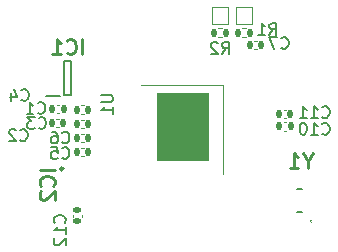
<source format=gbo>
%TF.GenerationSoftware,KiCad,Pcbnew,7.0.2*%
%TF.CreationDate,2023-07-30T22:12:35-04:00*%
%TF.ProjectId,CameraBoard,43616d65-7261-4426-9f61-72642e6b6963,rev?*%
%TF.SameCoordinates,Original*%
%TF.FileFunction,Legend,Bot*%
%TF.FilePolarity,Positive*%
%FSLAX46Y46*%
G04 Gerber Fmt 4.6, Leading zero omitted, Abs format (unit mm)*
G04 Created by KiCad (PCBNEW 7.0.2) date 2023-07-30 22:12:35*
%MOMM*%
%LPD*%
G01*
G04 APERTURE LIST*
G04 Aperture macros list*
%AMRoundRect*
0 Rectangle with rounded corners*
0 $1 Rounding radius*
0 $2 $3 $4 $5 $6 $7 $8 $9 X,Y pos of 4 corners*
0 Add a 4 corners polygon primitive as box body*
4,1,4,$2,$3,$4,$5,$6,$7,$8,$9,$2,$3,0*
0 Add four circle primitives for the rounded corners*
1,1,$1+$1,$2,$3*
1,1,$1+$1,$4,$5*
1,1,$1+$1,$6,$7*
1,1,$1+$1,$8,$9*
0 Add four rect primitives between the rounded corners*
20,1,$1+$1,$2,$3,$4,$5,0*
20,1,$1+$1,$4,$5,$6,$7,0*
20,1,$1+$1,$6,$7,$8,$9,0*
20,1,$1+$1,$8,$9,$2,$3,0*%
G04 Aperture macros list end*
%ADD10C,0.150000*%
%ADD11C,0.254000*%
%ADD12C,0.120000*%
%ADD13C,0.101600*%
%ADD14C,0.010000*%
%ADD15C,0.250000*%
%ADD16C,0.100000*%
%ADD17C,0.200000*%
%ADD18R,1.000000X1.000000*%
%ADD19RoundRect,0.135000X0.135000X0.185000X-0.135000X0.185000X-0.135000X-0.185000X0.135000X-0.185000X0*%
%ADD20RoundRect,0.140000X-0.140000X-0.170000X0.140000X-0.170000X0.140000X0.170000X-0.140000X0.170000X0*%
%ADD21R,0.350000X0.600000*%
%ADD22R,1.700000X1.100000*%
%ADD23R,0.900000X0.800000*%
%ADD24RoundRect,0.140000X0.140000X0.170000X-0.140000X0.170000X-0.140000X-0.170000X0.140000X-0.170000X0*%
%ADD25R,1.200000X0.600000*%
%ADD26RoundRect,0.135000X-0.135000X-0.185000X0.135000X-0.185000X0.135000X0.185000X-0.135000X0.185000X0*%
%ADD27RoundRect,0.140000X-0.170000X0.140000X-0.170000X-0.140000X0.170000X-0.140000X0.170000X0.140000X0*%
G04 APERTURE END LIST*
D10*
X52766666Y-91962619D02*
X53099999Y-91486428D01*
X53338094Y-91962619D02*
X53338094Y-90962619D01*
X53338094Y-90962619D02*
X52957142Y-90962619D01*
X52957142Y-90962619D02*
X52861904Y-91010238D01*
X52861904Y-91010238D02*
X52814285Y-91057857D01*
X52814285Y-91057857D02*
X52766666Y-91153095D01*
X52766666Y-91153095D02*
X52766666Y-91295952D01*
X52766666Y-91295952D02*
X52814285Y-91391190D01*
X52814285Y-91391190D02*
X52861904Y-91438809D01*
X52861904Y-91438809D02*
X52957142Y-91486428D01*
X52957142Y-91486428D02*
X53338094Y-91486428D01*
X51814285Y-91962619D02*
X52385713Y-91962619D01*
X52099999Y-91962619D02*
X52099999Y-90962619D01*
X52099999Y-90962619D02*
X52195237Y-91105476D01*
X52195237Y-91105476D02*
X52290475Y-91200714D01*
X52290475Y-91200714D02*
X52385713Y-91248333D01*
X38513021Y-97077062D02*
X39323393Y-97077062D01*
X39323393Y-97077062D02*
X39418731Y-97124731D01*
X39418731Y-97124731D02*
X39466400Y-97172400D01*
X39466400Y-97172400D02*
X39514068Y-97267738D01*
X39514068Y-97267738D02*
X39514068Y-97458413D01*
X39514068Y-97458413D02*
X39466400Y-97553751D01*
X39466400Y-97553751D02*
X39418731Y-97601420D01*
X39418731Y-97601420D02*
X39323393Y-97649089D01*
X39323393Y-97649089D02*
X38513021Y-97649089D01*
X39514068Y-98650136D02*
X39514068Y-98078109D01*
X39514068Y-98364123D02*
X38513021Y-98364123D01*
X38513021Y-98364123D02*
X38656028Y-98268785D01*
X38656028Y-98268785D02*
X38751366Y-98173447D01*
X38751366Y-98173447D02*
X38799035Y-98078109D01*
X33216666Y-99817380D02*
X33264285Y-99865000D01*
X33264285Y-99865000D02*
X33407142Y-99912619D01*
X33407142Y-99912619D02*
X33502380Y-99912619D01*
X33502380Y-99912619D02*
X33645237Y-99865000D01*
X33645237Y-99865000D02*
X33740475Y-99769761D01*
X33740475Y-99769761D02*
X33788094Y-99674523D01*
X33788094Y-99674523D02*
X33835713Y-99484047D01*
X33835713Y-99484047D02*
X33835713Y-99341190D01*
X33835713Y-99341190D02*
X33788094Y-99150714D01*
X33788094Y-99150714D02*
X33740475Y-99055476D01*
X33740475Y-99055476D02*
X33645237Y-98960238D01*
X33645237Y-98960238D02*
X33502380Y-98912619D01*
X33502380Y-98912619D02*
X33407142Y-98912619D01*
X33407142Y-98912619D02*
X33264285Y-98960238D01*
X33264285Y-98960238D02*
X33216666Y-99007857D01*
X32883332Y-98912619D02*
X32264285Y-98912619D01*
X32264285Y-98912619D02*
X32597618Y-99293571D01*
X32597618Y-99293571D02*
X32454761Y-99293571D01*
X32454761Y-99293571D02*
X32359523Y-99341190D01*
X32359523Y-99341190D02*
X32311904Y-99388809D01*
X32311904Y-99388809D02*
X32264285Y-99484047D01*
X32264285Y-99484047D02*
X32264285Y-99722142D01*
X32264285Y-99722142D02*
X32311904Y-99817380D01*
X32311904Y-99817380D02*
X32359523Y-99865000D01*
X32359523Y-99865000D02*
X32454761Y-99912619D01*
X32454761Y-99912619D02*
X32740475Y-99912619D01*
X32740475Y-99912619D02*
X32835713Y-99865000D01*
X32835713Y-99865000D02*
X32883332Y-99817380D01*
D11*
X34587526Y-103400237D02*
X33317526Y-103400237D01*
X34466573Y-104730714D02*
X34527050Y-104670238D01*
X34527050Y-104670238D02*
X34587526Y-104488809D01*
X34587526Y-104488809D02*
X34587526Y-104367857D01*
X34587526Y-104367857D02*
X34527050Y-104186428D01*
X34527050Y-104186428D02*
X34406097Y-104065476D01*
X34406097Y-104065476D02*
X34285145Y-104004999D01*
X34285145Y-104004999D02*
X34043240Y-103944523D01*
X34043240Y-103944523D02*
X33861811Y-103944523D01*
X33861811Y-103944523D02*
X33619907Y-104004999D01*
X33619907Y-104004999D02*
X33498954Y-104065476D01*
X33498954Y-104065476D02*
X33378002Y-104186428D01*
X33378002Y-104186428D02*
X33317526Y-104367857D01*
X33317526Y-104367857D02*
X33317526Y-104488809D01*
X33317526Y-104488809D02*
X33378002Y-104670238D01*
X33378002Y-104670238D02*
X33438478Y-104730714D01*
X33438478Y-105214523D02*
X33378002Y-105274999D01*
X33378002Y-105274999D02*
X33317526Y-105395952D01*
X33317526Y-105395952D02*
X33317526Y-105698333D01*
X33317526Y-105698333D02*
X33378002Y-105819285D01*
X33378002Y-105819285D02*
X33438478Y-105879761D01*
X33438478Y-105879761D02*
X33559430Y-105940238D01*
X33559430Y-105940238D02*
X33680383Y-105940238D01*
X33680383Y-105940238D02*
X33861811Y-105879761D01*
X33861811Y-105879761D02*
X34587526Y-105154047D01*
X34587526Y-105154047D02*
X34587526Y-105940238D01*
D10*
X57242857Y-98917380D02*
X57290476Y-98965000D01*
X57290476Y-98965000D02*
X57433333Y-99012619D01*
X57433333Y-99012619D02*
X57528571Y-99012619D01*
X57528571Y-99012619D02*
X57671428Y-98965000D01*
X57671428Y-98965000D02*
X57766666Y-98869761D01*
X57766666Y-98869761D02*
X57814285Y-98774523D01*
X57814285Y-98774523D02*
X57861904Y-98584047D01*
X57861904Y-98584047D02*
X57861904Y-98441190D01*
X57861904Y-98441190D02*
X57814285Y-98250714D01*
X57814285Y-98250714D02*
X57766666Y-98155476D01*
X57766666Y-98155476D02*
X57671428Y-98060238D01*
X57671428Y-98060238D02*
X57528571Y-98012619D01*
X57528571Y-98012619D02*
X57433333Y-98012619D01*
X57433333Y-98012619D02*
X57290476Y-98060238D01*
X57290476Y-98060238D02*
X57242857Y-98107857D01*
X56290476Y-99012619D02*
X56861904Y-99012619D01*
X56576190Y-99012619D02*
X56576190Y-98012619D01*
X56576190Y-98012619D02*
X56671428Y-98155476D01*
X56671428Y-98155476D02*
X56766666Y-98250714D01*
X56766666Y-98250714D02*
X56861904Y-98298333D01*
X55338095Y-99012619D02*
X55909523Y-99012619D01*
X55623809Y-99012619D02*
X55623809Y-98012619D01*
X55623809Y-98012619D02*
X55719047Y-98155476D01*
X55719047Y-98155476D02*
X55814285Y-98250714D01*
X55814285Y-98250714D02*
X55909523Y-98298333D01*
X33166666Y-98567380D02*
X33214285Y-98615000D01*
X33214285Y-98615000D02*
X33357142Y-98662619D01*
X33357142Y-98662619D02*
X33452380Y-98662619D01*
X33452380Y-98662619D02*
X33595237Y-98615000D01*
X33595237Y-98615000D02*
X33690475Y-98519761D01*
X33690475Y-98519761D02*
X33738094Y-98424523D01*
X33738094Y-98424523D02*
X33785713Y-98234047D01*
X33785713Y-98234047D02*
X33785713Y-98091190D01*
X33785713Y-98091190D02*
X33738094Y-97900714D01*
X33738094Y-97900714D02*
X33690475Y-97805476D01*
X33690475Y-97805476D02*
X33595237Y-97710238D01*
X33595237Y-97710238D02*
X33452380Y-97662619D01*
X33452380Y-97662619D02*
X33357142Y-97662619D01*
X33357142Y-97662619D02*
X33214285Y-97710238D01*
X33214285Y-97710238D02*
X33166666Y-97757857D01*
X32214285Y-98662619D02*
X32785713Y-98662619D01*
X32499999Y-98662619D02*
X32499999Y-97662619D01*
X32499999Y-97662619D02*
X32595237Y-97805476D01*
X32595237Y-97805476D02*
X32690475Y-97900714D01*
X32690475Y-97900714D02*
X32785713Y-97948333D01*
D11*
X56004761Y-102632764D02*
X56004761Y-103237526D01*
X56428094Y-101967526D02*
X56004761Y-102632764D01*
X56004761Y-102632764D02*
X55581427Y-101967526D01*
X54492856Y-103237526D02*
X55218571Y-103237526D01*
X54855714Y-103237526D02*
X54855714Y-101967526D01*
X54855714Y-101967526D02*
X54976666Y-102148954D01*
X54976666Y-102148954D02*
X55097618Y-102269907D01*
X55097618Y-102269907D02*
X55218571Y-102330383D01*
D10*
X57242857Y-100317380D02*
X57290476Y-100365000D01*
X57290476Y-100365000D02*
X57433333Y-100412619D01*
X57433333Y-100412619D02*
X57528571Y-100412619D01*
X57528571Y-100412619D02*
X57671428Y-100365000D01*
X57671428Y-100365000D02*
X57766666Y-100269761D01*
X57766666Y-100269761D02*
X57814285Y-100174523D01*
X57814285Y-100174523D02*
X57861904Y-99984047D01*
X57861904Y-99984047D02*
X57861904Y-99841190D01*
X57861904Y-99841190D02*
X57814285Y-99650714D01*
X57814285Y-99650714D02*
X57766666Y-99555476D01*
X57766666Y-99555476D02*
X57671428Y-99460238D01*
X57671428Y-99460238D02*
X57528571Y-99412619D01*
X57528571Y-99412619D02*
X57433333Y-99412619D01*
X57433333Y-99412619D02*
X57290476Y-99460238D01*
X57290476Y-99460238D02*
X57242857Y-99507857D01*
X56290476Y-100412619D02*
X56861904Y-100412619D01*
X56576190Y-100412619D02*
X56576190Y-99412619D01*
X56576190Y-99412619D02*
X56671428Y-99555476D01*
X56671428Y-99555476D02*
X56766666Y-99650714D01*
X56766666Y-99650714D02*
X56861904Y-99698333D01*
X55671428Y-99412619D02*
X55576190Y-99412619D01*
X55576190Y-99412619D02*
X55480952Y-99460238D01*
X55480952Y-99460238D02*
X55433333Y-99507857D01*
X55433333Y-99507857D02*
X55385714Y-99603095D01*
X55385714Y-99603095D02*
X55338095Y-99793571D01*
X55338095Y-99793571D02*
X55338095Y-100031666D01*
X55338095Y-100031666D02*
X55385714Y-100222142D01*
X55385714Y-100222142D02*
X55433333Y-100317380D01*
X55433333Y-100317380D02*
X55480952Y-100365000D01*
X55480952Y-100365000D02*
X55576190Y-100412619D01*
X55576190Y-100412619D02*
X55671428Y-100412619D01*
X55671428Y-100412619D02*
X55766666Y-100365000D01*
X55766666Y-100365000D02*
X55814285Y-100317380D01*
X55814285Y-100317380D02*
X55861904Y-100222142D01*
X55861904Y-100222142D02*
X55909523Y-100031666D01*
X55909523Y-100031666D02*
X55909523Y-99793571D01*
X55909523Y-99793571D02*
X55861904Y-99603095D01*
X55861904Y-99603095D02*
X55814285Y-99507857D01*
X55814285Y-99507857D02*
X55766666Y-99460238D01*
X55766666Y-99460238D02*
X55671428Y-99412619D01*
X35216666Y-102357380D02*
X35264285Y-102405000D01*
X35264285Y-102405000D02*
X35407142Y-102452619D01*
X35407142Y-102452619D02*
X35502380Y-102452619D01*
X35502380Y-102452619D02*
X35645237Y-102405000D01*
X35645237Y-102405000D02*
X35740475Y-102309761D01*
X35740475Y-102309761D02*
X35788094Y-102214523D01*
X35788094Y-102214523D02*
X35835713Y-102024047D01*
X35835713Y-102024047D02*
X35835713Y-101881190D01*
X35835713Y-101881190D02*
X35788094Y-101690714D01*
X35788094Y-101690714D02*
X35740475Y-101595476D01*
X35740475Y-101595476D02*
X35645237Y-101500238D01*
X35645237Y-101500238D02*
X35502380Y-101452619D01*
X35502380Y-101452619D02*
X35407142Y-101452619D01*
X35407142Y-101452619D02*
X35264285Y-101500238D01*
X35264285Y-101500238D02*
X35216666Y-101547857D01*
X34311904Y-101452619D02*
X34788094Y-101452619D01*
X34788094Y-101452619D02*
X34835713Y-101928809D01*
X34835713Y-101928809D02*
X34788094Y-101881190D01*
X34788094Y-101881190D02*
X34692856Y-101833571D01*
X34692856Y-101833571D02*
X34454761Y-101833571D01*
X34454761Y-101833571D02*
X34359523Y-101881190D01*
X34359523Y-101881190D02*
X34311904Y-101928809D01*
X34311904Y-101928809D02*
X34264285Y-102024047D01*
X34264285Y-102024047D02*
X34264285Y-102262142D01*
X34264285Y-102262142D02*
X34311904Y-102357380D01*
X34311904Y-102357380D02*
X34359523Y-102405000D01*
X34359523Y-102405000D02*
X34454761Y-102452619D01*
X34454761Y-102452619D02*
X34692856Y-102452619D01*
X34692856Y-102452619D02*
X34788094Y-102405000D01*
X34788094Y-102405000D02*
X34835713Y-102357380D01*
X53766666Y-93067380D02*
X53814285Y-93115000D01*
X53814285Y-93115000D02*
X53957142Y-93162619D01*
X53957142Y-93162619D02*
X54052380Y-93162619D01*
X54052380Y-93162619D02*
X54195237Y-93115000D01*
X54195237Y-93115000D02*
X54290475Y-93019761D01*
X54290475Y-93019761D02*
X54338094Y-92924523D01*
X54338094Y-92924523D02*
X54385713Y-92734047D01*
X54385713Y-92734047D02*
X54385713Y-92591190D01*
X54385713Y-92591190D02*
X54338094Y-92400714D01*
X54338094Y-92400714D02*
X54290475Y-92305476D01*
X54290475Y-92305476D02*
X54195237Y-92210238D01*
X54195237Y-92210238D02*
X54052380Y-92162619D01*
X54052380Y-92162619D02*
X53957142Y-92162619D01*
X53957142Y-92162619D02*
X53814285Y-92210238D01*
X53814285Y-92210238D02*
X53766666Y-92257857D01*
X53433332Y-92162619D02*
X52766666Y-92162619D01*
X52766666Y-92162619D02*
X53195237Y-93162619D01*
D11*
X36939762Y-93587526D02*
X36939762Y-92317526D01*
X35609285Y-93466573D02*
X35669761Y-93527050D01*
X35669761Y-93527050D02*
X35851190Y-93587526D01*
X35851190Y-93587526D02*
X35972142Y-93587526D01*
X35972142Y-93587526D02*
X36153571Y-93527050D01*
X36153571Y-93527050D02*
X36274523Y-93406097D01*
X36274523Y-93406097D02*
X36335000Y-93285145D01*
X36335000Y-93285145D02*
X36395476Y-93043240D01*
X36395476Y-93043240D02*
X36395476Y-92861811D01*
X36395476Y-92861811D02*
X36335000Y-92619907D01*
X36335000Y-92619907D02*
X36274523Y-92498954D01*
X36274523Y-92498954D02*
X36153571Y-92378002D01*
X36153571Y-92378002D02*
X35972142Y-92317526D01*
X35972142Y-92317526D02*
X35851190Y-92317526D01*
X35851190Y-92317526D02*
X35669761Y-92378002D01*
X35669761Y-92378002D02*
X35609285Y-92438478D01*
X34399761Y-93587526D02*
X35125476Y-93587526D01*
X34762619Y-93587526D02*
X34762619Y-92317526D01*
X34762619Y-92317526D02*
X34883571Y-92498954D01*
X34883571Y-92498954D02*
X35004523Y-92619907D01*
X35004523Y-92619907D02*
X35125476Y-92680383D01*
D10*
X48766666Y-93562619D02*
X49099999Y-93086428D01*
X49338094Y-93562619D02*
X49338094Y-92562619D01*
X49338094Y-92562619D02*
X48957142Y-92562619D01*
X48957142Y-92562619D02*
X48861904Y-92610238D01*
X48861904Y-92610238D02*
X48814285Y-92657857D01*
X48814285Y-92657857D02*
X48766666Y-92753095D01*
X48766666Y-92753095D02*
X48766666Y-92895952D01*
X48766666Y-92895952D02*
X48814285Y-92991190D01*
X48814285Y-92991190D02*
X48861904Y-93038809D01*
X48861904Y-93038809D02*
X48957142Y-93086428D01*
X48957142Y-93086428D02*
X49338094Y-93086428D01*
X48385713Y-92657857D02*
X48338094Y-92610238D01*
X48338094Y-92610238D02*
X48242856Y-92562619D01*
X48242856Y-92562619D02*
X48004761Y-92562619D01*
X48004761Y-92562619D02*
X47909523Y-92610238D01*
X47909523Y-92610238D02*
X47861904Y-92657857D01*
X47861904Y-92657857D02*
X47814285Y-92753095D01*
X47814285Y-92753095D02*
X47814285Y-92848333D01*
X47814285Y-92848333D02*
X47861904Y-92991190D01*
X47861904Y-92991190D02*
X48433332Y-93562619D01*
X48433332Y-93562619D02*
X47814285Y-93562619D01*
X31766666Y-97467380D02*
X31814285Y-97515000D01*
X31814285Y-97515000D02*
X31957142Y-97562619D01*
X31957142Y-97562619D02*
X32052380Y-97562619D01*
X32052380Y-97562619D02*
X32195237Y-97515000D01*
X32195237Y-97515000D02*
X32290475Y-97419761D01*
X32290475Y-97419761D02*
X32338094Y-97324523D01*
X32338094Y-97324523D02*
X32385713Y-97134047D01*
X32385713Y-97134047D02*
X32385713Y-96991190D01*
X32385713Y-96991190D02*
X32338094Y-96800714D01*
X32338094Y-96800714D02*
X32290475Y-96705476D01*
X32290475Y-96705476D02*
X32195237Y-96610238D01*
X32195237Y-96610238D02*
X32052380Y-96562619D01*
X32052380Y-96562619D02*
X31957142Y-96562619D01*
X31957142Y-96562619D02*
X31814285Y-96610238D01*
X31814285Y-96610238D02*
X31766666Y-96657857D01*
X30909523Y-96895952D02*
X30909523Y-97562619D01*
X31147618Y-96515000D02*
X31385713Y-97229285D01*
X31385713Y-97229285D02*
X30766666Y-97229285D01*
X31666666Y-100867380D02*
X31714285Y-100915000D01*
X31714285Y-100915000D02*
X31857142Y-100962619D01*
X31857142Y-100962619D02*
X31952380Y-100962619D01*
X31952380Y-100962619D02*
X32095237Y-100915000D01*
X32095237Y-100915000D02*
X32190475Y-100819761D01*
X32190475Y-100819761D02*
X32238094Y-100724523D01*
X32238094Y-100724523D02*
X32285713Y-100534047D01*
X32285713Y-100534047D02*
X32285713Y-100391190D01*
X32285713Y-100391190D02*
X32238094Y-100200714D01*
X32238094Y-100200714D02*
X32190475Y-100105476D01*
X32190475Y-100105476D02*
X32095237Y-100010238D01*
X32095237Y-100010238D02*
X31952380Y-99962619D01*
X31952380Y-99962619D02*
X31857142Y-99962619D01*
X31857142Y-99962619D02*
X31714285Y-100010238D01*
X31714285Y-100010238D02*
X31666666Y-100057857D01*
X31285713Y-100057857D02*
X31238094Y-100010238D01*
X31238094Y-100010238D02*
X31142856Y-99962619D01*
X31142856Y-99962619D02*
X30904761Y-99962619D01*
X30904761Y-99962619D02*
X30809523Y-100010238D01*
X30809523Y-100010238D02*
X30761904Y-100057857D01*
X30761904Y-100057857D02*
X30714285Y-100153095D01*
X30714285Y-100153095D02*
X30714285Y-100248333D01*
X30714285Y-100248333D02*
X30761904Y-100391190D01*
X30761904Y-100391190D02*
X31333332Y-100962619D01*
X31333332Y-100962619D02*
X30714285Y-100962619D01*
X35417380Y-107857142D02*
X35465000Y-107809523D01*
X35465000Y-107809523D02*
X35512619Y-107666666D01*
X35512619Y-107666666D02*
X35512619Y-107571428D01*
X35512619Y-107571428D02*
X35465000Y-107428571D01*
X35465000Y-107428571D02*
X35369761Y-107333333D01*
X35369761Y-107333333D02*
X35274523Y-107285714D01*
X35274523Y-107285714D02*
X35084047Y-107238095D01*
X35084047Y-107238095D02*
X34941190Y-107238095D01*
X34941190Y-107238095D02*
X34750714Y-107285714D01*
X34750714Y-107285714D02*
X34655476Y-107333333D01*
X34655476Y-107333333D02*
X34560238Y-107428571D01*
X34560238Y-107428571D02*
X34512619Y-107571428D01*
X34512619Y-107571428D02*
X34512619Y-107666666D01*
X34512619Y-107666666D02*
X34560238Y-107809523D01*
X34560238Y-107809523D02*
X34607857Y-107857142D01*
X35512619Y-108809523D02*
X35512619Y-108238095D01*
X35512619Y-108523809D02*
X34512619Y-108523809D01*
X34512619Y-108523809D02*
X34655476Y-108428571D01*
X34655476Y-108428571D02*
X34750714Y-108333333D01*
X34750714Y-108333333D02*
X34798333Y-108238095D01*
X34607857Y-109190476D02*
X34560238Y-109238095D01*
X34560238Y-109238095D02*
X34512619Y-109333333D01*
X34512619Y-109333333D02*
X34512619Y-109571428D01*
X34512619Y-109571428D02*
X34560238Y-109666666D01*
X34560238Y-109666666D02*
X34607857Y-109714285D01*
X34607857Y-109714285D02*
X34703095Y-109761904D01*
X34703095Y-109761904D02*
X34798333Y-109761904D01*
X34798333Y-109761904D02*
X34941190Y-109714285D01*
X34941190Y-109714285D02*
X35512619Y-109142857D01*
X35512619Y-109142857D02*
X35512619Y-109761904D01*
X35216666Y-101057380D02*
X35264285Y-101105000D01*
X35264285Y-101105000D02*
X35407142Y-101152619D01*
X35407142Y-101152619D02*
X35502380Y-101152619D01*
X35502380Y-101152619D02*
X35645237Y-101105000D01*
X35645237Y-101105000D02*
X35740475Y-101009761D01*
X35740475Y-101009761D02*
X35788094Y-100914523D01*
X35788094Y-100914523D02*
X35835713Y-100724047D01*
X35835713Y-100724047D02*
X35835713Y-100581190D01*
X35835713Y-100581190D02*
X35788094Y-100390714D01*
X35788094Y-100390714D02*
X35740475Y-100295476D01*
X35740475Y-100295476D02*
X35645237Y-100200238D01*
X35645237Y-100200238D02*
X35502380Y-100152619D01*
X35502380Y-100152619D02*
X35407142Y-100152619D01*
X35407142Y-100152619D02*
X35264285Y-100200238D01*
X35264285Y-100200238D02*
X35216666Y-100247857D01*
X34359523Y-100152619D02*
X34549999Y-100152619D01*
X34549999Y-100152619D02*
X34645237Y-100200238D01*
X34645237Y-100200238D02*
X34692856Y-100247857D01*
X34692856Y-100247857D02*
X34788094Y-100390714D01*
X34788094Y-100390714D02*
X34835713Y-100581190D01*
X34835713Y-100581190D02*
X34835713Y-100962142D01*
X34835713Y-100962142D02*
X34788094Y-101057380D01*
X34788094Y-101057380D02*
X34740475Y-101105000D01*
X34740475Y-101105000D02*
X34645237Y-101152619D01*
X34645237Y-101152619D02*
X34454761Y-101152619D01*
X34454761Y-101152619D02*
X34359523Y-101105000D01*
X34359523Y-101105000D02*
X34311904Y-101057380D01*
X34311904Y-101057380D02*
X34264285Y-100962142D01*
X34264285Y-100962142D02*
X34264285Y-100724047D01*
X34264285Y-100724047D02*
X34311904Y-100628809D01*
X34311904Y-100628809D02*
X34359523Y-100581190D01*
X34359523Y-100581190D02*
X34454761Y-100533571D01*
X34454761Y-100533571D02*
X34645237Y-100533571D01*
X34645237Y-100533571D02*
X34740475Y-100581190D01*
X34740475Y-100581190D02*
X34788094Y-100628809D01*
X34788094Y-100628809D02*
X34835713Y-100724047D01*
D12*
X49300000Y-89600000D02*
X47900000Y-89600000D01*
X47900000Y-89600000D02*
X47900000Y-91000000D01*
X49300000Y-91000000D02*
X49300000Y-89600000D01*
X47900000Y-91000000D02*
X49300000Y-91000000D01*
X50763641Y-92180000D02*
X50456359Y-92180000D01*
X50763641Y-91420000D02*
X50456359Y-91420000D01*
D13*
X48832660Y-96246490D02*
X41907660Y-96246490D01*
X48832660Y-103721490D02*
X48832660Y-96246490D01*
D14*
X47536090Y-102596490D02*
X43282660Y-102596490D01*
X43282660Y-96892220D01*
X47536090Y-96892220D01*
X47536090Y-102596490D01*
G36*
X47536090Y-102596490D02*
G01*
X43282660Y-102596490D01*
X43282660Y-96892220D01*
X47536090Y-96892220D01*
X47536090Y-102596490D01*
G37*
D12*
X36842164Y-99130000D02*
X37057836Y-99130000D01*
X36842164Y-99850000D02*
X37057836Y-99850000D01*
D15*
X35300000Y-103290000D02*
G75*
G03*
X35300000Y-103290000I-125000J0D01*
G01*
D12*
X53962164Y-98320000D02*
X54177836Y-98320000D01*
X53962164Y-99040000D02*
X54177836Y-99040000D01*
X34754504Y-97873510D02*
X34970176Y-97873510D01*
X34754504Y-98593510D02*
X34970176Y-98593510D01*
D16*
X56250000Y-107775000D02*
X56250000Y-107775000D01*
X56250000Y-107675000D02*
X56250000Y-107675000D01*
D17*
X55525000Y-106975000D02*
X55125000Y-106975000D01*
X55525000Y-104975000D02*
X55125000Y-104975000D01*
D16*
X56250000Y-107675000D02*
G75*
G03*
X56250000Y-107775000I0J-50000D01*
G01*
X56250000Y-107775000D02*
G75*
G03*
X56250000Y-107675000I0J50000D01*
G01*
D12*
X53972164Y-99340000D02*
X54187836Y-99340000D01*
X53972164Y-100060000D02*
X54187836Y-100060000D01*
X36842164Y-101530000D02*
X37057836Y-101530000D01*
X36842164Y-102250000D02*
X37057836Y-102250000D01*
X51300000Y-89600000D02*
X49900000Y-89600000D01*
X49900000Y-89600000D02*
X49900000Y-91000000D01*
X51300000Y-91000000D02*
X51300000Y-89600000D01*
X49900000Y-91000000D02*
X51300000Y-91000000D01*
X51707836Y-93160000D02*
X51492164Y-93160000D01*
X51707836Y-92440000D02*
X51492164Y-92440000D01*
D17*
X33850000Y-97140000D02*
X35050000Y-97140000D01*
X35400000Y-94190000D02*
X35400000Y-97090000D01*
X35400000Y-97090000D02*
X36000000Y-97090000D01*
X36000000Y-94190000D02*
X35400000Y-94190000D01*
X36000000Y-97090000D02*
X36000000Y-94190000D01*
D12*
X48446359Y-91420000D02*
X48753641Y-91420000D01*
X48446359Y-92180000D02*
X48753641Y-92180000D01*
X36822164Y-97930000D02*
X37037836Y-97930000D01*
X36822164Y-98650000D02*
X37037836Y-98650000D01*
X34734504Y-99073510D02*
X34950176Y-99073510D01*
X34734504Y-99793510D02*
X34950176Y-99793510D01*
X36860000Y-107172164D02*
X36860000Y-107387836D01*
X36140000Y-107172164D02*
X36140000Y-107387836D01*
X36842164Y-100330000D02*
X37057836Y-100330000D01*
X36842164Y-101050000D02*
X37057836Y-101050000D01*
%LPC*%
D18*
X48600000Y-90300000D03*
D19*
X51120000Y-91800000D03*
X50100000Y-91800000D03*
D20*
X36470000Y-99490000D03*
X37430000Y-99490000D03*
D21*
X35850000Y-103590000D03*
X36500000Y-103590000D03*
X37150000Y-103590000D03*
X37150000Y-105690000D03*
X36500000Y-105690000D03*
X35850000Y-105690000D03*
D22*
X36500000Y-104640000D03*
D20*
X53590000Y-98680000D03*
X54550000Y-98680000D03*
X34382340Y-98233510D03*
X35342340Y-98233510D03*
D23*
X56250000Y-106700000D03*
X54400000Y-106700000D03*
X54400000Y-105250000D03*
X56250000Y-105250000D03*
D20*
X53600000Y-99700000D03*
X54560000Y-99700000D03*
X36470000Y-101890000D03*
X37430000Y-101890000D03*
D18*
X50600000Y-90300000D03*
D24*
X52080000Y-92800000D03*
X51120000Y-92800000D03*
D25*
X34450000Y-96590000D03*
X34450000Y-95640000D03*
X34450000Y-94690000D03*
X36950000Y-94690000D03*
X36950000Y-96590000D03*
D26*
X48090000Y-91800000D03*
X49110000Y-91800000D03*
D20*
X36450000Y-98290000D03*
X37410000Y-98290000D03*
X34362340Y-99433510D03*
X35322340Y-99433510D03*
D27*
X36500000Y-106800000D03*
X36500000Y-107760000D03*
D20*
X36470000Y-100690000D03*
X37430000Y-100690000D03*
%LPD*%
M02*

</source>
